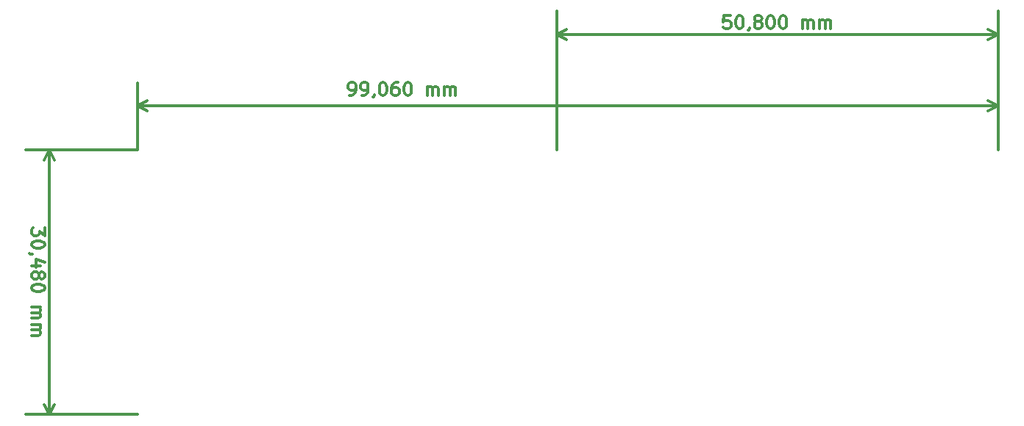
<source format=gbr>
%TF.GenerationSoftware,KiCad,Pcbnew,5.1.9+dfsg1-1*%
%TF.CreationDate,2022-04-01T11:17:58+02:00*%
%TF.ProjectId,AmigaPCDriveAdapter,416d6967-6150-4434-9472-697665416461,2.0*%
%TF.SameCoordinates,Original*%
%TF.FileFunction,Other,User*%
%FSLAX46Y46*%
G04 Gerber Fmt 4.6, Leading zero omitted, Abs format (unit mm)*
G04 Created by KiCad (PCBNEW 5.1.9+dfsg1-1) date 2022-04-01 11:17:58*
%MOMM*%
%LPD*%
G01*
G04 APERTURE LIST*
%ADD10C,0.300000*%
G04 APERTURE END LIST*
D10*
X170231428Y-69473571D02*
X169517142Y-69473571D01*
X169445714Y-70187857D01*
X169517142Y-70116428D01*
X169660000Y-70045000D01*
X170017142Y-70045000D01*
X170160000Y-70116428D01*
X170231428Y-70187857D01*
X170302857Y-70330714D01*
X170302857Y-70687857D01*
X170231428Y-70830714D01*
X170160000Y-70902142D01*
X170017142Y-70973571D01*
X169660000Y-70973571D01*
X169517142Y-70902142D01*
X169445714Y-70830714D01*
X171231428Y-69473571D02*
X171374285Y-69473571D01*
X171517142Y-69545000D01*
X171588571Y-69616428D01*
X171660000Y-69759285D01*
X171731428Y-70045000D01*
X171731428Y-70402142D01*
X171660000Y-70687857D01*
X171588571Y-70830714D01*
X171517142Y-70902142D01*
X171374285Y-70973571D01*
X171231428Y-70973571D01*
X171088571Y-70902142D01*
X171017142Y-70830714D01*
X170945714Y-70687857D01*
X170874285Y-70402142D01*
X170874285Y-70045000D01*
X170945714Y-69759285D01*
X171017142Y-69616428D01*
X171088571Y-69545000D01*
X171231428Y-69473571D01*
X172445714Y-70902142D02*
X172445714Y-70973571D01*
X172374285Y-71116428D01*
X172302857Y-71187857D01*
X173302857Y-70116428D02*
X173160000Y-70045000D01*
X173088571Y-69973571D01*
X173017142Y-69830714D01*
X173017142Y-69759285D01*
X173088571Y-69616428D01*
X173160000Y-69545000D01*
X173302857Y-69473571D01*
X173588571Y-69473571D01*
X173731428Y-69545000D01*
X173802857Y-69616428D01*
X173874285Y-69759285D01*
X173874285Y-69830714D01*
X173802857Y-69973571D01*
X173731428Y-70045000D01*
X173588571Y-70116428D01*
X173302857Y-70116428D01*
X173160000Y-70187857D01*
X173088571Y-70259285D01*
X173017142Y-70402142D01*
X173017142Y-70687857D01*
X173088571Y-70830714D01*
X173160000Y-70902142D01*
X173302857Y-70973571D01*
X173588571Y-70973571D01*
X173731428Y-70902142D01*
X173802857Y-70830714D01*
X173874285Y-70687857D01*
X173874285Y-70402142D01*
X173802857Y-70259285D01*
X173731428Y-70187857D01*
X173588571Y-70116428D01*
X174802857Y-69473571D02*
X174945714Y-69473571D01*
X175088571Y-69545000D01*
X175160000Y-69616428D01*
X175231428Y-69759285D01*
X175302857Y-70045000D01*
X175302857Y-70402142D01*
X175231428Y-70687857D01*
X175160000Y-70830714D01*
X175088571Y-70902142D01*
X174945714Y-70973571D01*
X174802857Y-70973571D01*
X174660000Y-70902142D01*
X174588571Y-70830714D01*
X174517142Y-70687857D01*
X174445714Y-70402142D01*
X174445714Y-70045000D01*
X174517142Y-69759285D01*
X174588571Y-69616428D01*
X174660000Y-69545000D01*
X174802857Y-69473571D01*
X176231428Y-69473571D02*
X176374285Y-69473571D01*
X176517142Y-69545000D01*
X176588571Y-69616428D01*
X176660000Y-69759285D01*
X176731428Y-70045000D01*
X176731428Y-70402142D01*
X176660000Y-70687857D01*
X176588571Y-70830714D01*
X176517142Y-70902142D01*
X176374285Y-70973571D01*
X176231428Y-70973571D01*
X176088571Y-70902142D01*
X176017142Y-70830714D01*
X175945714Y-70687857D01*
X175874285Y-70402142D01*
X175874285Y-70045000D01*
X175945714Y-69759285D01*
X176017142Y-69616428D01*
X176088571Y-69545000D01*
X176231428Y-69473571D01*
X178517142Y-70973571D02*
X178517142Y-69973571D01*
X178517142Y-70116428D02*
X178588571Y-70045000D01*
X178731428Y-69973571D01*
X178945714Y-69973571D01*
X179088571Y-70045000D01*
X179160000Y-70187857D01*
X179160000Y-70973571D01*
X179160000Y-70187857D02*
X179231428Y-70045000D01*
X179374285Y-69973571D01*
X179588571Y-69973571D01*
X179731428Y-70045000D01*
X179802857Y-70187857D01*
X179802857Y-70973571D01*
X180517142Y-70973571D02*
X180517142Y-69973571D01*
X180517142Y-70116428D02*
X180588571Y-70045000D01*
X180731428Y-69973571D01*
X180945714Y-69973571D01*
X181088571Y-70045000D01*
X181160000Y-70187857D01*
X181160000Y-70973571D01*
X181160000Y-70187857D02*
X181231428Y-70045000D01*
X181374285Y-69973571D01*
X181588571Y-69973571D01*
X181731428Y-70045000D01*
X181802857Y-70187857D01*
X181802857Y-70973571D01*
X150260000Y-71645000D02*
X201060000Y-71645000D01*
X150260000Y-84980000D02*
X150260000Y-68945000D01*
X201060000Y-84980000D02*
X201060000Y-68945000D01*
X201060000Y-71645000D02*
X199933496Y-72231421D01*
X201060000Y-71645000D02*
X199933496Y-71058579D01*
X150260000Y-71645000D02*
X151386504Y-72231421D01*
X150260000Y-71645000D02*
X151386504Y-71058579D01*
X91311428Y-93934285D02*
X91311428Y-94862857D01*
X90740000Y-94362857D01*
X90740000Y-94577142D01*
X90668571Y-94720000D01*
X90597142Y-94791428D01*
X90454285Y-94862857D01*
X90097142Y-94862857D01*
X89954285Y-94791428D01*
X89882857Y-94720000D01*
X89811428Y-94577142D01*
X89811428Y-94148571D01*
X89882857Y-94005714D01*
X89954285Y-93934285D01*
X91311428Y-95791428D02*
X91311428Y-95934285D01*
X91240000Y-96077142D01*
X91168571Y-96148571D01*
X91025714Y-96220000D01*
X90740000Y-96291428D01*
X90382857Y-96291428D01*
X90097142Y-96220000D01*
X89954285Y-96148571D01*
X89882857Y-96077142D01*
X89811428Y-95934285D01*
X89811428Y-95791428D01*
X89882857Y-95648571D01*
X89954285Y-95577142D01*
X90097142Y-95505714D01*
X90382857Y-95434285D01*
X90740000Y-95434285D01*
X91025714Y-95505714D01*
X91168571Y-95577142D01*
X91240000Y-95648571D01*
X91311428Y-95791428D01*
X89882857Y-97005714D02*
X89811428Y-97005714D01*
X89668571Y-96934285D01*
X89597142Y-96862857D01*
X90811428Y-98291428D02*
X89811428Y-98291428D01*
X91382857Y-97934285D02*
X90311428Y-97577142D01*
X90311428Y-98505714D01*
X90668571Y-99291428D02*
X90740000Y-99148571D01*
X90811428Y-99077142D01*
X90954285Y-99005714D01*
X91025714Y-99005714D01*
X91168571Y-99077142D01*
X91240000Y-99148571D01*
X91311428Y-99291428D01*
X91311428Y-99577142D01*
X91240000Y-99720000D01*
X91168571Y-99791428D01*
X91025714Y-99862857D01*
X90954285Y-99862857D01*
X90811428Y-99791428D01*
X90740000Y-99720000D01*
X90668571Y-99577142D01*
X90668571Y-99291428D01*
X90597142Y-99148571D01*
X90525714Y-99077142D01*
X90382857Y-99005714D01*
X90097142Y-99005714D01*
X89954285Y-99077142D01*
X89882857Y-99148571D01*
X89811428Y-99291428D01*
X89811428Y-99577142D01*
X89882857Y-99720000D01*
X89954285Y-99791428D01*
X90097142Y-99862857D01*
X90382857Y-99862857D01*
X90525714Y-99791428D01*
X90597142Y-99720000D01*
X90668571Y-99577142D01*
X91311428Y-100791428D02*
X91311428Y-100934285D01*
X91240000Y-101077142D01*
X91168571Y-101148571D01*
X91025714Y-101220000D01*
X90740000Y-101291428D01*
X90382857Y-101291428D01*
X90097142Y-101220000D01*
X89954285Y-101148571D01*
X89882857Y-101077142D01*
X89811428Y-100934285D01*
X89811428Y-100791428D01*
X89882857Y-100648571D01*
X89954285Y-100577142D01*
X90097142Y-100505714D01*
X90382857Y-100434285D01*
X90740000Y-100434285D01*
X91025714Y-100505714D01*
X91168571Y-100577142D01*
X91240000Y-100648571D01*
X91311428Y-100791428D01*
X89811428Y-103077142D02*
X90811428Y-103077142D01*
X90668571Y-103077142D02*
X90740000Y-103148571D01*
X90811428Y-103291428D01*
X90811428Y-103505714D01*
X90740000Y-103648571D01*
X90597142Y-103720000D01*
X89811428Y-103720000D01*
X90597142Y-103720000D02*
X90740000Y-103791428D01*
X90811428Y-103934285D01*
X90811428Y-104148571D01*
X90740000Y-104291428D01*
X90597142Y-104362857D01*
X89811428Y-104362857D01*
X89811428Y-105077142D02*
X90811428Y-105077142D01*
X90668571Y-105077142D02*
X90740000Y-105148571D01*
X90811428Y-105291428D01*
X90811428Y-105505714D01*
X90740000Y-105648571D01*
X90597142Y-105720000D01*
X89811428Y-105720000D01*
X90597142Y-105720000D02*
X90740000Y-105791428D01*
X90811428Y-105934285D01*
X90811428Y-106148571D01*
X90740000Y-106291428D01*
X90597142Y-106362857D01*
X89811428Y-106362857D01*
X91840000Y-84980000D02*
X91840000Y-115460000D01*
X102000000Y-84980000D02*
X89140000Y-84980000D01*
X102000000Y-115460000D02*
X89140000Y-115460000D01*
X91840000Y-115460000D02*
X91253579Y-114333496D01*
X91840000Y-115460000D02*
X92426421Y-114333496D01*
X91840000Y-84980000D02*
X91253579Y-86106504D01*
X91840000Y-84980000D02*
X92426421Y-86106504D01*
X126408571Y-78673571D02*
X126694285Y-78673571D01*
X126837142Y-78602142D01*
X126908571Y-78530714D01*
X127051428Y-78316428D01*
X127122857Y-78030714D01*
X127122857Y-77459285D01*
X127051428Y-77316428D01*
X126980000Y-77245000D01*
X126837142Y-77173571D01*
X126551428Y-77173571D01*
X126408571Y-77245000D01*
X126337142Y-77316428D01*
X126265714Y-77459285D01*
X126265714Y-77816428D01*
X126337142Y-77959285D01*
X126408571Y-78030714D01*
X126551428Y-78102142D01*
X126837142Y-78102142D01*
X126980000Y-78030714D01*
X127051428Y-77959285D01*
X127122857Y-77816428D01*
X127837142Y-78673571D02*
X128122857Y-78673571D01*
X128265714Y-78602142D01*
X128337142Y-78530714D01*
X128480000Y-78316428D01*
X128551428Y-78030714D01*
X128551428Y-77459285D01*
X128480000Y-77316428D01*
X128408571Y-77245000D01*
X128265714Y-77173571D01*
X127980000Y-77173571D01*
X127837142Y-77245000D01*
X127765714Y-77316428D01*
X127694285Y-77459285D01*
X127694285Y-77816428D01*
X127765714Y-77959285D01*
X127837142Y-78030714D01*
X127980000Y-78102142D01*
X128265714Y-78102142D01*
X128408571Y-78030714D01*
X128480000Y-77959285D01*
X128551428Y-77816428D01*
X129265714Y-78602142D02*
X129265714Y-78673571D01*
X129194285Y-78816428D01*
X129122857Y-78887857D01*
X130194285Y-77173571D02*
X130337142Y-77173571D01*
X130480000Y-77245000D01*
X130551428Y-77316428D01*
X130622857Y-77459285D01*
X130694285Y-77745000D01*
X130694285Y-78102142D01*
X130622857Y-78387857D01*
X130551428Y-78530714D01*
X130480000Y-78602142D01*
X130337142Y-78673571D01*
X130194285Y-78673571D01*
X130051428Y-78602142D01*
X129980000Y-78530714D01*
X129908571Y-78387857D01*
X129837142Y-78102142D01*
X129837142Y-77745000D01*
X129908571Y-77459285D01*
X129980000Y-77316428D01*
X130051428Y-77245000D01*
X130194285Y-77173571D01*
X131980000Y-77173571D02*
X131694285Y-77173571D01*
X131551428Y-77245000D01*
X131480000Y-77316428D01*
X131337142Y-77530714D01*
X131265714Y-77816428D01*
X131265714Y-78387857D01*
X131337142Y-78530714D01*
X131408571Y-78602142D01*
X131551428Y-78673571D01*
X131837142Y-78673571D01*
X131980000Y-78602142D01*
X132051428Y-78530714D01*
X132122857Y-78387857D01*
X132122857Y-78030714D01*
X132051428Y-77887857D01*
X131980000Y-77816428D01*
X131837142Y-77745000D01*
X131551428Y-77745000D01*
X131408571Y-77816428D01*
X131337142Y-77887857D01*
X131265714Y-78030714D01*
X133051428Y-77173571D02*
X133194285Y-77173571D01*
X133337142Y-77245000D01*
X133408571Y-77316428D01*
X133480000Y-77459285D01*
X133551428Y-77745000D01*
X133551428Y-78102142D01*
X133480000Y-78387857D01*
X133408571Y-78530714D01*
X133337142Y-78602142D01*
X133194285Y-78673571D01*
X133051428Y-78673571D01*
X132908571Y-78602142D01*
X132837142Y-78530714D01*
X132765714Y-78387857D01*
X132694285Y-78102142D01*
X132694285Y-77745000D01*
X132765714Y-77459285D01*
X132837142Y-77316428D01*
X132908571Y-77245000D01*
X133051428Y-77173571D01*
X135337142Y-78673571D02*
X135337142Y-77673571D01*
X135337142Y-77816428D02*
X135408571Y-77745000D01*
X135551428Y-77673571D01*
X135765714Y-77673571D01*
X135908571Y-77745000D01*
X135980000Y-77887857D01*
X135980000Y-78673571D01*
X135980000Y-77887857D02*
X136051428Y-77745000D01*
X136194285Y-77673571D01*
X136408571Y-77673571D01*
X136551428Y-77745000D01*
X136622857Y-77887857D01*
X136622857Y-78673571D01*
X137337142Y-78673571D02*
X137337142Y-77673571D01*
X137337142Y-77816428D02*
X137408571Y-77745000D01*
X137551428Y-77673571D01*
X137765714Y-77673571D01*
X137908571Y-77745000D01*
X137980000Y-77887857D01*
X137980000Y-78673571D01*
X137980000Y-77887857D02*
X138051428Y-77745000D01*
X138194285Y-77673571D01*
X138408571Y-77673571D01*
X138551428Y-77745000D01*
X138622857Y-77887857D01*
X138622857Y-78673571D01*
X102000000Y-79900000D02*
X201060000Y-79900000D01*
X102000000Y-84980000D02*
X102000000Y-77200000D01*
X201060000Y-84980000D02*
X201060000Y-77200000D01*
X201060000Y-79900000D02*
X199933496Y-80486421D01*
X201060000Y-79900000D02*
X199933496Y-79313579D01*
X102000000Y-79900000D02*
X103126504Y-80486421D01*
X102000000Y-79900000D02*
X103126504Y-79313579D01*
M02*

</source>
